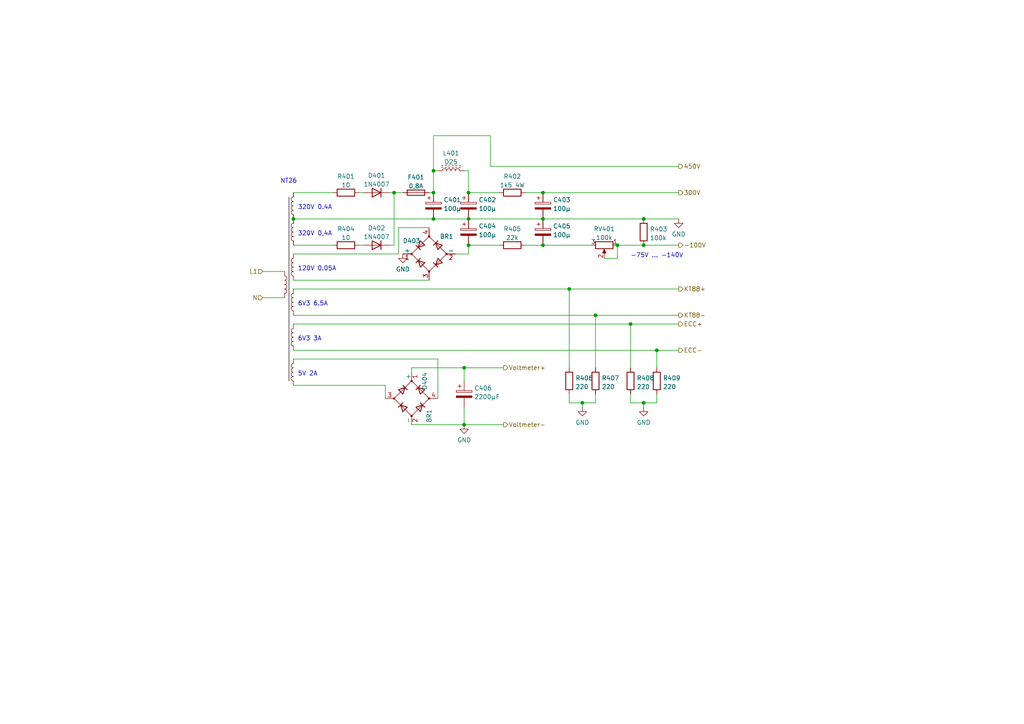
<source format=kicad_sch>
(kicad_sch (version 20230121) (generator eeschema)
  (paper "A4")
  (lib_symbols
    (symbol "Device:C_Polarized" (pin_numbers hide) (pin_names (offset 0.254))
      (property "Reference" "C" (at 0.635 2.54 0))
      (property "Value" "C_Polarized" (at 0.635 -2.54 0))
      (symbol "C_Polarized_0_1"
        (rectangle (start -2.286 0.508) (end 2.286 1.016))
        (polyline (pts (xy -1.778 2.286) (xy -0.762 2.286)))
        (polyline (pts (xy -1.27 2.794) (xy -1.27 1.778)))
        (rectangle (start 2.286 -0.508) (end -2.286 -1.016) (fill (type outline)))
      )
      (symbol "C_Polarized_1_1"
        (pin passive line (at 0 3.81 270) (length 2.794) (name "~") (number "1"))
        (pin passive line (at 0 -3.81 90) (length 2.794) (name "~") (number "2"))
      )
    )
    (symbol "Device:D" (pin_numbers hide) (pin_names (offset 1.016) hide)
      (property "Reference" "D" (at 0 2.54 0))
      (property "Value" "D" (at 0 -2.54 0))
      (symbol "D_0_1"
        (polyline (pts (xy -1.27 1.27) (xy -1.27 -1.27)) (stroke (width 0.254)))
        (polyline (pts (xy 1.27 0) (xy -1.27 0)))
        (polyline (pts (xy 1.27 1.27) (xy 1.27 -1.27) (xy -1.27 0) (xy 1.27 1.27)) (stroke (width 0.254)))
      )
      (symbol "D_1_1"
        (pin passive line (at -3.81 0 0) (length 2.54) (name "K") (number "1"))
        (pin passive line (at 3.81 0 180) (length 2.54) (name "A") (number "2"))
      )
    )
    (symbol "Device:D_Bridge_+-AA" (pin_names (offset 0))
      (property "Reference" "D" (at 2.54 6.985 0))
      (property "Value" "D_Bridge_+-AA" (at 2.54 5.08 0))
      (symbol "D_Bridge_+-AA_0_1"
        (circle (center -5.08 0) (radius 0.254) (fill (type outline)))
        (circle (center 0 -5.08) (radius 0.254) (fill (type outline)))
        (polyline (pts (xy -2.54 3.81) (xy -1.27 2.54)) (stroke (width 0.254)))
        (polyline (pts (xy -1.27 -2.54) (xy -2.54 -3.81)) (stroke (width 0.254)))
        (polyline (pts (xy 2.54 -1.27) (xy 3.81 -2.54)) (stroke (width 0.254)))
        (polyline (pts (xy 2.54 1.27) (xy 3.81 2.54)) (stroke (width 0.254)))
        (polyline (pts (xy -3.81 2.54) (xy -2.54 1.27) (xy -1.905 3.175) (xy -3.81 2.54)) (stroke (width 0.254)))
        (polyline (pts (xy -2.54 -1.27) (xy -3.81 -2.54) (xy -1.905 -3.175) (xy -2.54 -1.27)) (stroke (width 0.254)))
        (polyline (pts (xy 1.27 2.54) (xy 2.54 3.81) (xy 3.175 1.905) (xy 1.27 2.54)) (stroke (width 0.254)))
        (polyline (pts (xy 3.175 -1.905) (xy 1.27 -2.54) (xy 2.54 -3.81) (xy 3.175 -1.905)) (stroke (width 0.254)))
        (polyline (pts (xy -5.08 0) (xy 0 -5.08) (xy 5.08 0) (xy 0 5.08) (xy -5.08 0)))
        (circle (center 0 5.08) (radius 0.254) (fill (type outline)))
        (circle (center 5.08 0) (radius 0.254) (fill (type outline)))
      )
      (symbol "D_Bridge_+-AA_1_1"
        (pin passive line (at 7.62 0 180) (length 2.54) (name "+") (number "1"))
        (pin passive line (at -7.62 0 0) (length 2.54) (name "-") (number "2"))
        (pin passive line (at 0 7.62 270) (length 2.54) (name "~") (number "3"))
        (pin passive line (at 0 -7.62 90) (length 2.54) (name "~") (number "4"))
      )
    )
    (symbol "Device:Fuse" (pin_numbers hide) (pin_names (offset 0))
      (property "Reference" "F" (at 2.032 0 90))
      (property "Value" "Fuse" (at -1.905 0 90))
      (symbol "Fuse_0_1"
        (rectangle (start -0.762 -2.54) (end 0.762 2.54) (stroke (width 0.254)))
        (polyline (pts (xy 0 2.54) (xy 0 -2.54)))
      )
      (symbol "Fuse_1_1"
        (pin passive line (at 0 3.81 270) (length 1.27) (name "~") (number "1"))
        (pin passive line (at 0 -3.81 90) (length 1.27) (name "~") (number "2"))
      )
    )
    (symbol "Device:L" (pin_numbers hide) (pin_names (offset 1.016) hide)
      (property "Reference" "L" (at -1.27 0 90))
      (property "Value" "L" (at 1.905 0 90))
      (symbol "L_0_1"
        (arc (start 0 -2.54) (mid 0.6323 -1.905) (end 0 -1.27))
        (arc (start 0 -1.27) (mid 0.6323 -0.635) (end 0 0))
        (arc (start 0 0) (mid 0.6323 0.635) (end 0 1.27))
        (arc (start 0 1.27) (mid 0.6323 1.905) (end 0 2.54))
      )
      (symbol "L_1_1"
        (pin passive line (at 0 3.81 270) (length 1.27) (name "1") (number "1"))
        (pin passive line (at 0 -3.81 90) (length 1.27) (name "2") (number "2"))
      )
    )
    (symbol "Device:L_Ferrite" (pin_numbers hide) (pin_names (offset 1.016) hide)
      (property "Reference" "L" (at -1.27 0 90))
      (property "Value" "L_Ferrite" (at 2.794 0 90))
      (symbol "L_Ferrite_0_1"
        (arc (start 0 -2.54) (mid 0.6323 -1.905) (end 0 -1.27))
        (arc (start 0 -1.27) (mid 0.6323 -0.635) (end 0 0))
        (polyline (pts (xy 1.016 -2.794) (xy 1.016 -2.286)))
        (polyline (pts (xy 1.016 -1.778) (xy 1.016 -1.27)))
        (polyline (pts (xy 1.016 -0.762) (xy 1.016 -0.254)))
        (polyline (pts (xy 1.016 0.254) (xy 1.016 0.762)))
        (polyline (pts (xy 1.016 1.27) (xy 1.016 1.778)))
        (polyline (pts (xy 1.016 2.286) (xy 1.016 2.794)))
        (polyline (pts (xy 1.524 -2.286) (xy 1.524 -2.794)))
        (polyline (pts (xy 1.524 -1.27) (xy 1.524 -1.778)))
        (polyline (pts (xy 1.524 -0.254) (xy 1.524 -0.762)))
        (polyline (pts (xy 1.524 0.762) (xy 1.524 0.254)))
        (polyline (pts (xy 1.524 1.778) (xy 1.524 1.27)))
        (polyline (pts (xy 1.524 2.794) (xy 1.524 2.286)))
        (arc (start 0 0) (mid 0.6323 0.635) (end 0 1.27))
        (arc (start 0 1.27) (mid 0.6323 1.905) (end 0 2.54))
      )
      (symbol "L_Ferrite_1_1"
        (pin passive line (at 0 3.81 270) (length 1.27) (name "1") (number "1"))
        (pin passive line (at 0 -3.81 90) (length 1.27) (name "2") (number "2"))
      )
    )
    (symbol "Device:R" (pin_numbers hide) (pin_names (offset 0))
      (property "Reference" "R" (at 2.032 0 90))
      (property "Value" "R" (at 0 0 90))
      (symbol "R_0_1"
        (rectangle (start -1.016 -2.54) (end 1.016 2.54) (stroke (width 0.254)))
      )
      (symbol "R_1_1"
        (pin passive line (at 0 3.81 270) (length 1.27) (name "~") (number "1"))
        (pin passive line (at 0 -3.81 90) (length 1.27) (name "~") (number "2"))
      )
    )
    (symbol "Device:R_Potentiometer" (pin_names (offset 1.016) hide)
      (property "Reference" "RV" (at -4.445 0 90))
      (property "Value" "R_Potentiometer" (at -2.54 0 90))
      (symbol "R_Potentiometer_0_1"
        (polyline (pts (xy 2.54 0) (xy 1.524 0)))
        (polyline (pts (xy 1.143 0) (xy 2.286 0.508) (xy 2.286 -0.508) (xy 1.143 0)) (fill (type outline)))
        (rectangle (start 1.016 2.54) (end -1.016 -2.54) (stroke (width 0.254)))
      )
      (symbol "R_Potentiometer_1_1"
        (pin passive line (at 0 3.81 270) (length 1.27) (name "1") (number "1"))
        (pin passive line (at 3.81 0 180) (length 1.27) (name "2") (number "2"))
        (pin passive line (at 0 -3.81 90) (length 1.27) (name "3") (number "3"))
      )
    )
    (symbol "power:GND" (power) (pin_names (offset 0))
      (property "Value" "GND" (at 0 -3.81 0))
      (symbol "GND_0_1"
        (polyline (pts (xy 0 0) (xy 0 -1.27) (xy 1.27 -1.27) (xy 0 -2.54) (xy -1.27 -1.27) (xy 0 -1.27)))
      )
      (symbol "GND_1_1"
        (pin power_in line (at 0 0 270) (length 0) hide (name "GND") (number "1"))
      )
    )
  )
  (junction (at 190.5 101.6))
  (junction (at 172.72 91.44))
  (junction (at 125.73 63.5))
  (junction (at 186.69 116.84))
  (junction (at 157.48 55.88))
  (junction (at 179.07 71.12))
  (junction (at 134.62 123.19))
  (junction (at 186.69 63.5))
  (junction (at 114.3 55.88))
  (junction (at 168.91 116.84))
  (junction (at 134.62 106.68))
  (junction (at 125.73 49.53))
  (junction (at 165.1 83.82))
  (junction (at 186.69 71.12))
  (junction (at 135.89 63.5))
  (junction (at 157.48 63.5))
  (junction (at 85.09 63.5))
  (junction (at 135.89 71.12))
  (junction (at 182.88 93.98))
  (junction (at 157.48 71.12))
  (junction (at 125.73 55.88))
  (junction (at 135.89 55.88))
  (wire (pts (xy 115.57 66.04) (xy 115.57 73.66)))
  (wire (pts (xy 135.89 55.88) (xy 144.78 55.88)))
  (wire (pts (xy 152.4 71.12) (xy 157.48 71.12)))
  (wire (pts (xy 157.48 63.5) (xy 186.69 63.5)))
  (wire (pts (xy 85.09 63.5) (xy 125.73 63.5)))
  (wire (pts (xy 113.03 71.12) (xy 114.3 71.12)))
  (wire (pts (xy 165.1 114.3) (xy 165.1 116.84)))
  (wire (pts (xy 111.76 111.76) (xy 111.76 115.57)))
  (wire (pts (xy 182.88 93.98) (xy 196.85 93.98)))
  (wire (pts (xy 124.46 55.88) (xy 125.73 55.88)))
  (wire (pts (xy 125.73 63.5) (xy 135.89 63.5)))
  (wire (pts (xy 179.07 71.12) (xy 186.69 71.12)))
  (wire (pts (xy 85.09 101.6) (xy 190.5 101.6)))
  (wire (pts (xy 119.38 107.95) (xy 119.38 106.68)))
  (wire (pts (xy 157.48 71.12) (xy 171.45 71.12)))
  (wire (pts (xy 182.88 106.68) (xy 182.88 93.98)))
  (wire (pts (xy 168.91 116.84) (xy 168.91 118.11)))
  (wire (pts (xy 134.62 123.19) (xy 146.05 123.19)))
  (wire (pts (xy 85.09 104.14) (xy 127 104.14)))
  (wire (pts (xy 186.69 116.84) (xy 186.69 118.11)))
  (wire (pts (xy 165.1 83.82) (xy 165.1 106.68)))
  (wire (pts (xy 134.62 118.11) (xy 134.62 123.19)))
  (wire (pts (xy 134.62 106.68) (xy 146.05 106.68)))
  (wire (pts (xy 135.89 71.12) (xy 144.78 71.12)))
  (wire (pts (xy 125.73 39.37) (xy 125.73 49.53)))
  (wire (pts (xy 182.88 116.84) (xy 186.69 116.84)))
  (wire (pts (xy 165.1 83.82) (xy 196.85 83.82)))
  (wire (pts (xy 190.5 101.6) (xy 190.5 106.68)))
  (wire (pts (xy 134.62 106.68) (xy 134.62 110.49)))
  (wire (pts (xy 179.07 74.93) (xy 179.07 71.12)))
  (wire (pts (xy 172.72 116.84) (xy 172.72 114.3)))
  (wire (pts (xy 85.09 81.28) (xy 124.46 81.28)))
  (wire (pts (xy 125.73 55.88) (xy 125.73 49.53)))
  (wire (pts (xy 125.73 49.53) (xy 127 49.53)))
  (wire (pts (xy 85.09 111.76) (xy 111.76 111.76)))
  (wire (pts (xy 76.2 78.74) (xy 82.55 78.74)))
  (wire (pts (xy 186.69 71.12) (xy 196.85 71.12)))
  (wire (pts (xy 85.09 83.82) (xy 165.1 83.82)))
  (wire (pts (xy 135.89 71.12) (xy 135.89 73.66)))
  (wire (pts (xy 127 104.14) (xy 127 115.57)))
  (wire (pts (xy 85.09 91.44) (xy 172.72 91.44)))
  (polyline (pts (xy 83.82 57.15) (xy 83.82 110.49)) (stroke (width 0) (type solid) (color 0 0 0 1)))
  (wire (pts (xy 168.91 116.84) (xy 172.72 116.84)))
  (wire (pts (xy 190.5 116.84) (xy 190.5 114.3)))
  (wire (pts (xy 142.24 39.37) (xy 125.73 39.37)))
  (wire (pts (xy 182.88 114.3) (xy 182.88 116.84)))
  (wire (pts (xy 186.69 63.5) (xy 196.85 63.5)))
  (wire (pts (xy 152.4 55.88) (xy 157.48 55.88)))
  (wire (pts (xy 76.2 86.36) (xy 82.55 86.36)))
  (wire (pts (xy 134.62 49.53) (xy 135.89 49.53)))
  (wire (pts (xy 135.89 73.66) (xy 132.08 73.66)))
  (wire (pts (xy 124.46 66.04) (xy 115.57 66.04)))
  (wire (pts (xy 157.48 55.88) (xy 196.85 55.88)))
  (wire (pts (xy 104.14 71.12) (xy 105.41 71.12)))
  (wire (pts (xy 190.5 101.6) (xy 196.85 101.6)))
  (wire (pts (xy 85.09 71.12) (xy 96.52 71.12)))
  (wire (pts (xy 186.69 116.84) (xy 190.5 116.84)))
  (wire (pts (xy 114.3 55.88) (xy 113.03 55.88)))
  (wire (pts (xy 115.57 73.66) (xy 85.09 73.66)))
  (wire (pts (xy 114.3 71.12) (xy 114.3 55.88)))
  (wire (pts (xy 114.3 55.88) (xy 116.84 55.88)))
  (wire (pts (xy 119.38 123.19) (xy 134.62 123.19)))
  (wire (pts (xy 172.72 91.44) (xy 196.85 91.44)))
  (wire (pts (xy 85.09 93.98) (xy 182.88 93.98)))
  (wire (pts (xy 119.38 106.68) (xy 134.62 106.68)))
  (wire (pts (xy 104.14 55.88) (xy 105.41 55.88)))
  (wire (pts (xy 85.09 55.88) (xy 96.52 55.88)))
  (wire (pts (xy 135.89 49.53) (xy 135.89 55.88)))
  (wire (pts (xy 175.26 74.93) (xy 179.07 74.93)))
  (wire (pts (xy 165.1 116.84) (xy 168.91 116.84)))
  (wire (pts (xy 135.89 63.5) (xy 157.48 63.5)))
  (wire (pts (xy 196.85 48.26) (xy 142.24 48.26)))
  (wire (pts (xy 142.24 48.26) (xy 142.24 39.37)))
  (wire (pts (xy 172.72 91.44) (xy 172.72 106.68)))
  (text "6V3 6.5A" (at 86.36 88.9 0) (effects (font (size 1.27 1.27)) (justify left bottom)))
  (text "5V 2A" (at 86.36 109.22 0) (effects (font (size 1.27 1.27)) (justify left bottom)))
  (text "120V 0.05A" (at 86.36 78.74 0) (effects (font (size 1.27 1.27)) (justify left bottom)))
  (text "320V 0.4A" (at 86.36 60.96 0) (effects (font (size 1.27 1.27)) (justify left bottom)))
  (text "-75V ... -140V" (at 182.88 74.93 0) (effects (font (size 1.27 1.27)) (justify left bottom)))
  (text "320V 0,4A" (at 86.36 68.58 0) (effects (font (size 1.27 1.27)) (justify left bottom)))
  (text "6V3 3A" (at 86.36 99.06 0) (effects (font (size 1.27 1.27)) (justify left bottom)))
  (text "NT26" (at 81.28 53.34 0) (effects (font (size 1.27 1.27)) (justify left bottom)))
  (hierarchical_label "ECC-" (shape output) (at 196.85 101.6 0))
  (hierarchical_label "-100V" (shape output) (at 196.85 71.12 0))
  (hierarchical_label "450V" (shape output) (at 196.85 48.26 0))
  (hierarchical_label "300V" (shape output) (at 196.85 55.88 0))
  (hierarchical_label "L1" (shape input) (at 76.2 78.74 180))
  (hierarchical_label "Voltmeter-" (shape output) (at 146.05 123.19 0))
  (hierarchical_label "KT88-" (shape output) (at 196.85 91.44 0))
  (hierarchical_label "N" (shape input) (at 76.2 86.36 180))
  (hierarchical_label "KT88+" (shape output) (at 196.85 83.82 0))
  (hierarchical_label "Voltmeter+" (shape output) (at 146.05 106.68 0))
  (hierarchical_label "ECC+" (shape output) (at 196.85 93.98 0))
  (symbol (lib_id "Device:C_Polarized") (at 134.62 114.3 0) (unit 1)
    (property "Reference" "C406" (at 137.541 112.5763 0) (effects (justify left)))
    (property "Value" "2200µF" (at 137.541 115.1132 0) (effects (justify left)))
  )
  (symbol (lib_id "Device:D") (at 109.22 55.88 180) (unit 1)
    (property "Reference" "D401" (at 109.22 50.9102 0))
    (property "Value" "1N4007" (at 109.22 53.4471 0))
  )
  (symbol (lib_id "Device:R") (at 190.5 110.49 180) (unit 1)
    (property "Reference" "R409" (at 192.278 109.6553 0) (effects (justify right)))
    (property "Value" "220" (at 192.278 112.1922 0) (effects (justify right)))
  )
  (symbol (lib_id "Device:R") (at 100.33 71.12 90) (unit 1)
    (property "Reference" "R404" (at 100.33 66.4042 90))
    (property "Value" "10" (at 100.33 68.9411 90))
  )
  (symbol (lib_id "Device:C_Polarized") (at 125.73 59.69 0) (unit 1)
    (property "Reference" "C401" (at 128.651 57.9663 0) (effects (justify left)))
    (property "Value" "100µ" (at 128.651 60.5032 0) (effects (justify left)))
  )
  (symbol (lib_id "Device:C_Polarized") (at 157.48 67.31 0) (unit 1)
    (property "Reference" "C405" (at 160.401 65.5863 0) (effects (justify left)))
    (property "Value" "100µ" (at 160.401 68.1232 0) (effects (justify left)))
  )
  (symbol (lib_id "power:GND") (at 116.84 73.66 0) (unit 1)
    (property "Reference" "#PWR0402" (effects hide))
    (property "Value" "GND" (at 116.84 78.1034 0))
  )
  (symbol (lib_id "Device:R") (at 165.1 110.49 180) (unit 1)
    (property "Reference" "R406" (at 166.878 109.6553 0) (effects (justify right)))
    (property "Value" "220" (at 166.878 112.1922 0) (effects (justify right)))
  )
  (symbol (lib_id "Device:L") (at 82.55 82.55 0) (unit 1)
    (property "Reference" "L405" (effects hide))
    (property "Value" "L" (effects hide))
  )
  (symbol (lib_id "Device:D_Bridge_+-AA") (at 119.38 115.57 90) (unit 1)
    (property "Reference" "D404" (at 123.19 110.49 0))
    (property "Value" "BR1" (at 124.46 120.65 0))
  )
  (symbol (lib_id "power:GND") (at 168.91 118.11 0) (unit 1)
    (property "Reference" "#PWR0403" (effects hide))
    (property "Value" "GND" (at 168.91 122.5534 0))
  )
  (symbol (lib_id "Device:D_Bridge_+-AA") (at 124.46 73.66 180) (unit 1)
    (property "Reference" "D403" (at 119.38 69.85 0))
    (property "Value" "BR1" (at 129.54 68.58 0))
  )
  (symbol (lib_id "Device:L") (at 85.09 107.95 0) (mirror y) (unit 1)
    (property "Reference" "L408" (effects hide))
    (property "Value" "L" (effects hide))
  )
  (symbol (lib_id "Device:L") (at 85.09 97.79 0) (mirror y) (unit 1)
    (property "Reference" "L407" (effects hide))
    (property "Value" "L" (effects hide))
  )
  (symbol (lib_id "Device:R") (at 172.72 110.49 180) (unit 1)
    (property "Reference" "R407" (at 174.498 109.6553 0) (effects (justify right)))
    (property "Value" "220" (at 174.498 112.1922 0) (effects (justify right)))
  )
  (symbol (lib_id "Device:L") (at 85.09 59.69 0) (mirror y) (unit 1)
    (property "Reference" "L402" (effects hide))
    (property "Value" "L" (effects hide))
  )
  (symbol (lib_id "Device:L") (at 85.09 67.31 0) (mirror y) (unit 1)
    (property "Reference" "L403" (effects hide))
    (property "Value" "L" (effects hide))
  )
  (symbol (lib_id "Device:R") (at 148.59 71.12 90) (unit 1)
    (property "Reference" "R405" (at 148.59 66.4042 90))
    (property "Value" "22k" (at 148.59 68.9411 90))
  )
  (symbol (lib_id "Device:C_Polarized") (at 157.48 59.69 0) (unit 1)
    (property "Reference" "C403" (at 160.401 57.9663 0) (effects (justify left)))
    (property "Value" "100µ" (at 160.401 60.5032 0) (effects (justify left)))
  )
  (symbol (lib_id "Device:C_Polarized") (at 135.89 59.69 0) (unit 1)
    (property "Reference" "C402" (at 138.811 57.9663 0) (effects (justify left)))
    (property "Value" "100µ" (at 138.811 60.5032 0) (effects (justify left)))
  )
  (symbol (lib_id "Device:L") (at 85.09 87.63 0) (mirror y) (unit 1)
    (property "Reference" "L406" (effects hide))
    (property "Value" "L" (effects hide))
  )
  (symbol (lib_id "Device:R") (at 148.59 55.88 90) (unit 1)
    (property "Reference" "R402" (at 148.59 51.1642 90))
    (property "Value" "1k5 4W" (at 148.59 53.7011 90))
  )
  (symbol (lib_id "Device:D") (at 109.22 71.12 180) (unit 1)
    (property "Reference" "D402" (at 109.22 66.1502 0))
    (property "Value" "1N4007" (at 109.22 68.6871 0))
  )
  (symbol (lib_id "power:GND") (at 186.69 118.11 0) (unit 1)
    (property "Reference" "#PWR0404" (effects hide))
    (property "Value" "GND" (at 186.69 122.5534 0))
  )
  (symbol (lib_id "Device:Fuse") (at 120.65 55.88 90) (unit 1)
    (property "Reference" "F401" (at 120.65 51.4182 90))
    (property "Value" "0,8A" (at 120.65 53.9551 90))
  )
  (symbol (lib_id "Device:R") (at 100.33 55.88 90) (unit 1)
    (property "Reference" "R401" (at 100.33 51.1642 90))
    (property "Value" "10" (at 100.33 53.7011 90))
  )
  (symbol (lib_id "Device:L_Ferrite") (at 130.81 49.53 90) (unit 1)
    (property "Reference" "L401" (at 130.81 44.4332 90))
    (property "Value" "D25" (at 130.81 46.9701 90))
  )
  (symbol (lib_id "power:GND") (at 134.62 123.19 0) (unit 1)
    (property "Reference" "#PWR0405" (effects hide))
    (property "Value" "GND" (at 134.62 127.6334 0))
  )
  (symbol (lib_id "Device:R_Potentiometer") (at 175.26 71.12 270) (unit 1)
    (property "Reference" "RV401" (at 175.26 66.4042 90))
    (property "Value" "100k" (at 175.26 68.9411 90))
  )
  (symbol (lib_id "Device:R") (at 186.69 67.31 180) (unit 1)
    (property "Reference" "R403" (at 188.468 66.4753 0) (effects (justify right)))
    (property "Value" "100k" (at 188.468 69.0122 0) (effects (justify right)))
  )
  (symbol (lib_id "Device:C_Polarized") (at 135.89 67.31 0) (unit 1)
    (property "Reference" "C404" (at 138.811 65.5863 0) (effects (justify left)))
    (property "Value" "100µ" (at 138.811 68.1232 0) (effects (justify left)))
  )
  (symbol (lib_id "Device:L") (at 85.09 77.47 0) (mirror y) (unit 1)
    (property "Reference" "L404" (effects hide))
    (property "Value" "L" (effects hide))
  )
  (symbol (lib_id "power:GND") (at 196.85 63.5 0) (unit 1)
    (property "Reference" "#PWR0401" (effects hide))
    (property "Value" "GND" (at 196.85 67.9434 0))
  )
  (symbol (lib_id "Device:R") (at 182.88 110.49 180) (unit 1)
    (property "Reference" "R408" (at 184.658 109.6553 0) (effects (justify right)))
    (property "Value" "220" (at 184.658 112.1922 0) (effects (justify right)))
  )
)
</source>
